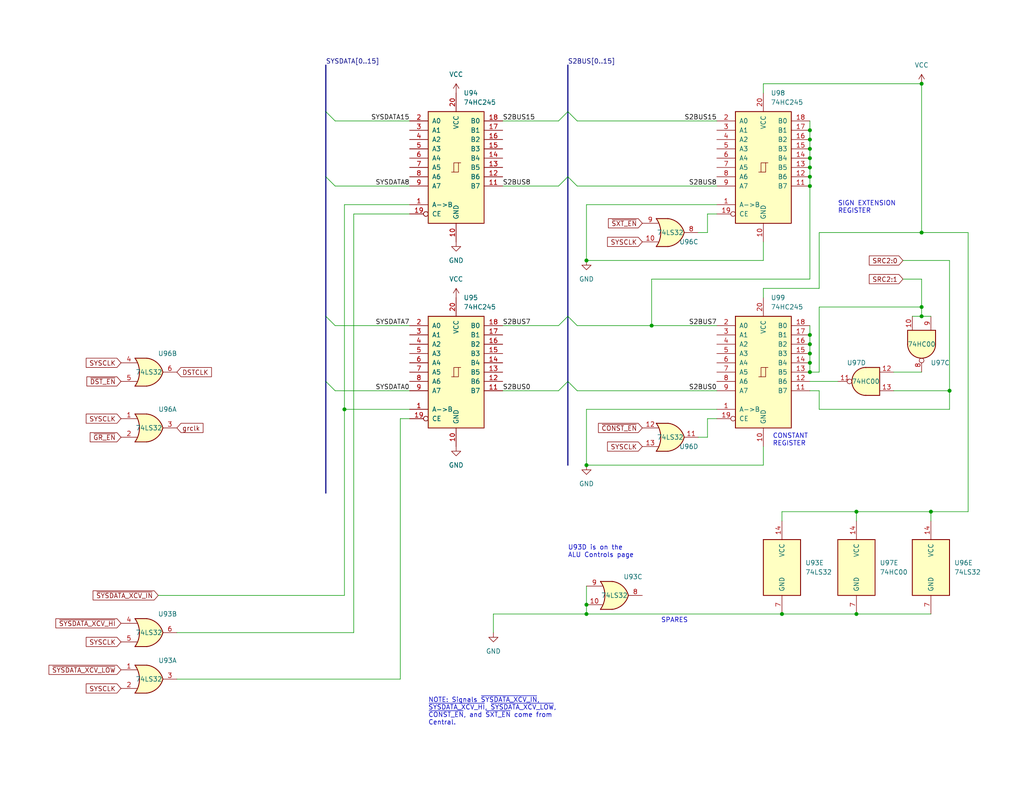
<source format=kicad_sch>
(kicad_sch (version 20211123) (generator eeschema)
  (paper "USLetter")
  (title_block (title "Constant Registers") (comment 1 "All parts are 74HC family regardless of P/N shown"))
  (lib_symbols
    (symbol "74xx:74HC00" (pin_names (offset 1.016))
      (property "Reference" "U" (at 0 1.27 0))
      (property "Value" "74HC00" (at 0 -1.27 0))
      (symbol "74HC00_1_1"
        (arc (start 0 -3.81) (mid 3.81 0) (end 0 3.81) (stroke (width 0.254)) (fill (type background)))
        (polyline (pts (xy 0 3.81) (xy -3.81 3.81) (xy -3.81 -3.81) (xy 0 -3.81)) (stroke (width 0.254)) (fill (type background)))
        (pin input line (at -7.62 2.54 0) (length 3.81) (name "~") (number "1"))
        (pin input line (at -7.62 -2.54 0) (length 3.81) (name "~") (number "2"))
        (pin output inverted (at 7.62 0 180) (length 3.81) (name "~") (number "3"))
      )
      (symbol "74HC00_1_2"
        (arc (start -3.81 -3.81) (mid -2.589 0) (end -3.81 3.81) (stroke (width 0.254)))
        (arc (start -0.6096 -3.81) (mid 2.1855 -2.584) (end 3.81 0) (stroke (width 0.254)) (fill (type background)))
        (polyline (pts (xy -3.81 -3.81) (xy -0.635 -3.81)) (stroke (width 0.254)) (fill (type background)))
        (polyline (pts (xy -3.81 3.81) (xy -0.635 3.81)) (stroke (width 0.254)) (fill (type background)))
        (polyline (pts (xy -0.635 3.81) (xy -3.81 3.81) (xy -3.81 3.81) (xy -3.556 3.4036) (xy -3.0226 2.2606) (xy -2.6924 1.0414) (xy -2.6162 -0.254) (xy -2.7686 -1.4986) (xy -3.175 -2.7178) (xy -3.81 -3.81) (xy -3.81 -3.81) (xy -0.635 -3.81)) (stroke (width -25.4)) (fill (type background)))
        (arc (start 3.81 0) (mid 2.1928 2.5925) (end -0.6096 3.81) (stroke (width 0.254)) (fill (type background)))
        (pin input inverted (at -7.62 2.54 0) (length 4.318) (name "~") (number "1"))
        (pin input inverted (at -7.62 -2.54 0) (length 4.318) (name "~") (number "2"))
        (pin output line (at 7.62 0 180) (length 3.81) (name "~") (number "3"))
      )
      (symbol "74HC00_2_1"
        (arc (start 0 -3.81) (mid 3.81 0) (end 0 3.81) (stroke (width 0.254)) (fill (type background)))
        (polyline (pts (xy 0 3.81) (xy -3.81 3.81) (xy -3.81 -3.81) (xy 0 -3.81)) (stroke (width 0.254)) (fill (type background)))
        (pin input line (at -7.62 2.54 0) (length 3.81) (name "~") (number "4"))
        (pin input line (at -7.62 -2.54 0) (length 3.81) (name "~") (number "5"))
        (pin output inverted (at 7.62 0 180) (length 3.81) (name "~") (number "6"))
      )
      (symbol "74HC00_2_2"
        (arc (start -3.81 -3.81) (mid -2.589 0) (end -3.81 3.81) (stroke (width 0.254)))
        (arc (start -0.6096 -3.81) (mid 2.1855 -2.584) (end 3.81 0) (stroke (width 0.254)) (fill (type background)))
        (polyline (pts (xy -3.81 -3.81) (xy -0.635 -3.81)) (stroke (width 0.254)) (fill (type background)))
        (polyline (pts (xy -3.81 3.81) (xy -0.635 3.81)) (stroke (width 0.254)) (fill (type background)))
        (polyline (pts (xy -0.635 3.81) (xy -3.81 3.81) (xy -3.81 3.81) (xy -3.556 3.4036) (xy -3.0226 2.2606) (xy -2.6924 1.0414) (xy -2.6162 -0.254) (xy -2.7686 -1.4986) (xy -3.175 -2.7178) (xy -3.81 -3.81) (xy -3.81 -3.81) (xy -0.635 -3.81)) (stroke (width -25.4)) (fill (type background)))
        (arc (start 3.81 0) (mid 2.1928 2.5925) (end -0.6096 3.81) (stroke (width 0.254)) (fill (type background)))
        (pin input inverted (at -7.62 2.54 0) (length 4.318) (name "~") (number "4"))
        (pin input inverted (at -7.62 -2.54 0) (length 4.318) (name "~") (number "5"))
        (pin output line (at 7.62 0 180) (length 3.81) (name "~") (number "6"))
      )
      (symbol "74HC00_3_1"
        (arc (start 0 -3.81) (mid 3.81 0) (end 0 3.81) (stroke (width 0.254)) (fill (type background)))
        (polyline (pts (xy 0 3.81) (xy -3.81 3.81) (xy -3.81 -3.81) (xy 0 -3.81)) (stroke (width 0.254)) (fill (type background)))
        (pin input line (at -7.62 -2.54 0) (length 3.81) (name "~") (number "10"))
        (pin output inverted (at 7.62 0 180) (length 3.81) (name "~") (number "8"))
        (pin input line (at -7.62 2.54 0) (length 3.81) (name "~") (number "9"))
      )
      (symbol "74HC00_3_2"
        (arc (start -3.81 -3.81) (mid -2.589 0) (end -3.81 3.81) (stroke (width 0.254)))
        (arc (start -0.6096 -3.81) (mid 2.1855 -2.584) (end 3.81 0) (stroke (width 0.254)) (fill (type background)))
        (polyline (pts (xy -3.81 -3.81) (xy -0.635 -3.81)) (stroke (width 0.254)) (fill (type background)))
        (polyline (pts (xy -3.81 3.81) (xy -0.635 3.81)) (stroke (width 0.254)) (fill (type background)))
        (polyline (pts (xy -0.635 3.81) (xy -3.81 3.81) (xy -3.81 3.81) (xy -3.556 3.4036) (xy -3.0226 2.2606) (xy -2.6924 1.0414) (xy -2.6162 -0.254) (xy -2.7686 -1.4986) (xy -3.175 -2.7178) (xy -3.81 -3.81) (xy -3.81 -3.81) (xy -0.635 -3.81)) (stroke (width -25.4)) (fill (type background)))
        (arc (start 3.81 0) (mid 2.1928 2.5925) (end -0.6096 3.81) (stroke (width 0.254)) (fill (type background)))
        (pin input inverted (at -7.62 -2.54 0) (length 4.318) (name "~") (number "10"))
        (pin output line (at 7.62 0 180) (length 3.81) (name "~") (number "8"))
        (pin input inverted (at -7.62 2.54 0) (length 4.318) (name "~") (number "9"))
      )
      (symbol "74HC00_4_1"
        (arc (start 0 -3.81) (mid 3.81 0) (end 0 3.81) (stroke (width 0.254)) (fill (type background)))
        (polyline (pts (xy 0 3.81) (xy -3.81 3.81) (xy -3.81 -3.81) (xy 0 -3.81)) (stroke (width 0.254)) (fill (type background)))
        (pin output inverted (at 7.62 0 180) (length 3.81) (name "~") (number "11"))
        (pin input line (at -7.62 2.54 0) (length 3.81) (name "~") (number "12"))
        (pin input line (at -7.62 -2.54 0) (length 3.81) (name "~") (number "13"))
      )
      (symbol "74HC00_4_2"
        (arc (start -3.81 -3.81) (mid -2.589 0) (end -3.81 3.81) (stroke (width 0.254)))
        (arc (start -0.6096 -3.81) (mid 2.1855 -2.584) (end 3.81 0) (stroke (width 0.254)) (fill (type background)))
        (polyline (pts (xy -3.81 -3.81) (xy -0.635 -3.81)) (stroke (width 0.254)) (fill (type background)))
        (polyline (pts (xy -3.81 3.81) (xy -0.635 3.81)) (stroke (width 0.254)) (fill (type background)))
        (polyline (pts (xy -0.635 3.81) (xy -3.81 3.81) (xy -3.81 3.81) (xy -3.556 3.4036) (xy -3.0226 2.2606) (xy -2.6924 1.0414) (xy -2.6162 -0.254) (xy -2.7686 -1.4986) (xy -3.175 -2.7178) (xy -3.81 -3.81) (xy -3.81 -3.81) (xy -0.635 -3.81)) (stroke (width -25.4)) (fill (type background)))
        (arc (start 3.81 0) (mid 2.1928 2.5925) (end -0.6096 3.81) (stroke (width 0.254)) (fill (type background)))
        (pin output line (at 7.62 0 180) (length 3.81) (name "~") (number "11"))
        (pin input inverted (at -7.62 2.54 0) (length 4.318) (name "~") (number "12"))
        (pin input inverted (at -7.62 -2.54 0) (length 4.318) (name "~") (number "13"))
      )
      (symbol "74HC00_5_0"
        (pin power_in line (at 0 12.7 270) (length 5.08) (name "VCC") (number "14"))
        (pin power_in line (at 0 -12.7 90) (length 5.08) (name "GND") (number "7"))
      )
      (symbol "74HC00_5_1"
        (rectangle (start -5.08 7.62) (end 5.08 -7.62) (stroke (width 0.254)) (fill (type background)))
      )
    )
    (symbol "74xx:74HC245" (pin_names (offset 1.016))
      (property "Reference" "U" (at -7.62 16.51 0))
      (property "Value" "74HC245" (at -7.62 -16.51 0))
      (symbol "74HC245_1_0"
        (polyline (pts (xy -0.635 -1.27) (xy -0.635 1.27) (xy 0.635 1.27)))
        (polyline (pts (xy -1.27 -1.27) (xy 0.635 -1.27) (xy 0.635 1.27) (xy 1.27 1.27)))
        (pin input line (at -12.7 -10.16 0) (length 5.08) (name "A->B") (number "1"))
        (pin power_in line (at 0 -20.32 90) (length 5.08) (name "GND") (number "10"))
        (pin tri_state line (at 12.7 -5.08 180) (length 5.08) (name "B7") (number "11"))
        (pin tri_state line (at 12.7 -2.54 180) (length 5.08) (name "B6") (number "12"))
        (pin tri_state line (at 12.7 0 180) (length 5.08) (name "B5") (number "13"))
        (pin tri_state line (at 12.7 2.54 180) (length 5.08) (name "B4") (number "14"))
        (pin tri_state line (at 12.7 5.08 180) (length 5.08) (name "B3") (number "15"))
        (pin tri_state line (at 12.7 7.62 180) (length 5.08) (name "B2") (number "16"))
        (pin tri_state line (at 12.7 10.16 180) (length 5.08) (name "B1") (number "17"))
        (pin tri_state line (at 12.7 12.7 180) (length 5.08) (name "B0") (number "18"))
        (pin input inverted (at -12.7 -12.7 0) (length 5.08) (name "CE") (number "19"))
        (pin tri_state line (at -12.7 12.7 0) (length 5.08) (name "A0") (number "2"))
        (pin power_in line (at 0 20.32 270) (length 5.08) (name "VCC") (number "20"))
        (pin tri_state line (at -12.7 10.16 0) (length 5.08) (name "A1") (number "3"))
        (pin tri_state line (at -12.7 7.62 0) (length 5.08) (name "A2") (number "4"))
        (pin tri_state line (at -12.7 5.08 0) (length 5.08) (name "A3") (number "5"))
        (pin tri_state line (at -12.7 2.54 0) (length 5.08) (name "A4") (number "6"))
        (pin tri_state line (at -12.7 0 0) (length 5.08) (name "A5") (number "7"))
        (pin tri_state line (at -12.7 -2.54 0) (length 5.08) (name "A6") (number "8"))
        (pin tri_state line (at -12.7 -5.08 0) (length 5.08) (name "A7") (number "9"))
      )
      (symbol "74HC245_1_1"
        (rectangle (start -7.62 15.24) (end 7.62 -15.24) (stroke (width 0.254)) (fill (type background)))
      )
    )
    (symbol "74xx:74LS32" (pin_names (offset 1.016))
      (property "Reference" "U" (at 0 1.27 0))
      (property "Value" "74LS32" (at 0 -1.27 0))
      (symbol "74LS32_1_1"
        (arc (start -3.81 -3.81) (mid -2.589 0) (end -3.81 3.81) (stroke (width 0.254)))
        (arc (start -0.6096 -3.81) (mid 2.1855 -2.584) (end 3.81 0) (stroke (width 0.254)) (fill (type background)))
        (polyline (pts (xy -3.81 -3.81) (xy -0.635 -3.81)) (stroke (width 0.254)) (fill (type background)))
        (polyline (pts (xy -3.81 3.81) (xy -0.635 3.81)) (stroke (width 0.254)) (fill (type background)))
        (polyline (pts (xy -0.635 3.81) (xy -3.81 3.81) (xy -3.81 3.81) (xy -3.556 3.4036) (xy -3.0226 2.2606) (xy -2.6924 1.0414) (xy -2.6162 -0.254) (xy -2.7686 -1.4986) (xy -3.175 -2.7178) (xy -3.81 -3.81) (xy -3.81 -3.81) (xy -0.635 -3.81)) (stroke (width -25.4)) (fill (type background)))
        (arc (start 3.81 0) (mid 2.1928 2.5925) (end -0.6096 3.81) (stroke (width 0.254)) (fill (type background)))
        (pin input line (at -7.62 2.54 0) (length 4.318) (name "~") (number "1"))
        (pin input line (at -7.62 -2.54 0) (length 4.318) (name "~") (number "2"))
        (pin output line (at 7.62 0 180) (length 3.81) (name "~") (number "3"))
      )
      (symbol "74LS32_1_2"
        (arc (start 0 -3.81) (mid 3.81 0) (end 0 3.81) (stroke (width 0.254)) (fill (type background)))
        (polyline (pts (xy 0 3.81) (xy -3.81 3.81) (xy -3.81 -3.81) (xy 0 -3.81)) (stroke (width 0.254)) (fill (type background)))
        (pin input inverted (at -7.62 2.54 0) (length 3.81) (name "~") (number "1"))
        (pin input inverted (at -7.62 -2.54 0) (length 3.81) (name "~") (number "2"))
        (pin output inverted (at 7.62 0 180) (length 3.81) (name "~") (number "3"))
      )
      (symbol "74LS32_2_1"
        (arc (start -3.81 -3.81) (mid -2.589 0) (end -3.81 3.81) (stroke (width 0.254)))
        (arc (start -0.6096 -3.81) (mid 2.1855 -2.584) (end 3.81 0) (stroke (width 0.254)) (fill (type background)))
        (polyline (pts (xy -3.81 -3.81) (xy -0.635 -3.81)) (stroke (width 0.254)) (fill (type background)))
        (polyline (pts (xy -3.81 3.81) (xy -0.635 3.81)) (stroke (width 0.254)) (fill (type background)))
        (polyline (pts (xy -0.635 3.81) (xy -3.81 3.81) (xy -3.81 3.81) (xy -3.556 3.4036) (xy -3.0226 2.2606) (xy -2.6924 1.0414) (xy -2.6162 -0.254) (xy -2.7686 -1.4986) (xy -3.175 -2.7178) (xy -3.81 -3.81) (xy -3.81 -3.81) (xy -0.635 -3.81)) (stroke (width -25.4)) (fill (type background)))
        (arc (start 3.81 0) (mid 2.1928 2.5925) (end -0.6096 3.81) (stroke (width 0.254)) (fill (type background)))
        (pin input line (at -7.62 2.54 0) (length 4.318) (name "~") (number "4"))
        (pin input line (at -7.62 -2.54 0) (length 4.318) (name "~") (number "5"))
        (pin output line (at 7.62 0 180) (length 3.81) (name "~") (number "6"))
      )
      (symbol "74LS32_2_2"
        (arc (start 0 -3.81) (mid 3.81 0) (end 0 3.81) (stroke (width 0.254)) (fill (type background)))
        (polyline (pts (xy 0 3.81) (xy -3.81 3.81) (xy -3.81 -3.81) (xy 0 -3.81)) (stroke (width 0.254)) (fill (type background)))
        (pin input inverted (at -7.62 2.54 0) (length 3.81) (name "~") (number "4"))
        (pin input inverted (at -7.62 -2.54 0) (length 3.81) (name "~") (number "5"))
        (pin output inverted (at 7.62 0 180) (length 3.81) (name "~") (number "6"))
      )
      (symbol "74LS32_3_1"
        (arc (start -3.81 -3.81) (mid -2.589 0) (end -3.81 3.81) (stroke (width 0.254)))
        (arc (start -0.6096 -3.81) (mid 2.1855 -2.584) (end 3.81 0) (stroke (width 0.254)) (fill (type background)))
        (polyline (pts (xy -3.81 -3.81) (xy -0.635 -3.81)) (stroke (width 0.254)) (fill (type background)))
        (polyline (pts (xy -3.81 3.81) (xy -0.635 3.81)) (stroke (width 0.254)) (fill (type background)))
        (polyline (pts (xy -0.635 3.81) (xy -3.81 3.81) (xy -3.81 3.81) (xy -3.556 3.4036) (xy -3.0226 2.2606) (xy -2.6924 1.0414) (xy -2.6162 -0.254) (xy -2.7686 -1.4986) (xy -3.175 -2.7178) (xy -3.81 -3.81) (xy -3.81 -3.81) (xy -0.635 -3.81)) (stroke (width -25.4)) (fill (type background)))
        (arc (start 3.81 0) (mid 2.1928 2.5925) (end -0.6096 3.81) (stroke (width 0.254)) (fill (type background)))
        (pin input line (at -7.62 -2.54 0) (length 4.318) (name "~") (number "10"))
        (pin output line (at 7.62 0 180) (length 3.81) (name "~") (number "8"))
        (pin input line (at -7.62 2.54 0) (length 4.318) (name "~") (number "9"))
      )
      (symbol "74LS32_3_2"
        (arc (start 0 -3.81) (mid 3.81 0) (end 0 3.81) (stroke (width 0.254)) (fill (type background)))
        (polyline (pts (xy 0 3.81) (xy -3.81 3.81) (xy -3.81 -3.81) (xy 0 -3.81)) (stroke (width 0.254)) (fill (type background)))
        (pin input inverted (at -7.62 -2.54 0) (length 3.81) (name "~") (number "10"))
        (pin output inverted (at 7.62 0 180) (length 3.81) (name "~") (number "8"))
        (pin input inverted (at -7.62 2.54 0) (length 3.81) (name "~") (number "9"))
      )
      (symbol "74LS32_4_1"
        (arc (start -3.81 -3.81) (mid -2.589 0) (end -3.81 3.81) (stroke (width 0.254)))
        (arc (start -0.6096 -3.81) (mid 2.1855 -2.584) (end 3.81 0) (stroke (width 0.254)) (fill (type background)))
        (polyline (pts (xy -3.81 -3.81) (xy -0.635 -3.81)) (stroke (width 0.254)) (fill (type background)))
        (polyline (pts (xy -3.81 3.81) (xy -0.635 3.81)) (stroke (width 0.254)) (fill (type background)))
        (polyline (pts (xy -0.635 3.81) (xy -3.81 3.81) (xy -3.81 3.81) (xy -3.556 3.4036) (xy -3.0226 2.2606) (xy -2.6924 1.0414) (xy -2.6162 -0.254) (xy -2.7686 -1.4986) (xy -3.175 -2.7178) (xy -3.81 -3.81) (xy -3.81 -3.81) (xy -0.635 -3.81)) (stroke (width -25.4)) (fill (type background)))
        (arc (start 3.81 0) (mid 2.1928 2.5925) (end -0.6096 3.81) (stroke (width 0.254)) (fill (type background)))
        (pin output line (at 7.62 0 180) (length 3.81) (name "~") (number "11"))
        (pin input line (at -7.62 2.54 0) (length 4.318) (name "~") (number "12"))
        (pin input line (at -7.62 -2.54 0) (length 4.318) (name "~") (number "13"))
      )
      (symbol "74LS32_4_2"
        (arc (start 0 -3.81) (mid 3.81 0) (end 0 3.81) (stroke (width 0.254)) (fill (type background)))
        (polyline (pts (xy 0 3.81) (xy -3.81 3.81) (xy -3.81 -3.81) (xy 0 -3.81)) (stroke (width 0.254)) (fill (type background)))
        (pin output inverted (at 7.62 0 180) (length 3.81) (name "~") (number "11"))
        (pin input inverted (at -7.62 2.54 0) (length 3.81) (name "~") (number "12"))
        (pin input inverted (at -7.62 -2.54 0) (length 3.81) (name "~") (number "13"))
      )
      (symbol "74LS32_5_0"
        (pin power_in line (at 0 12.7 270) (length 5.08) (name "VCC") (number "14"))
        (pin power_in line (at 0 -12.7 90) (length 5.08) (name "GND") (number "7"))
      )
      (symbol "74LS32_5_1"
        (rectangle (start -5.08 7.62) (end 5.08 -7.62) (stroke (width 0.254)) (fill (type background)))
      )
    )
    (symbol "power:GND" (power) (pin_names (offset 0))
      (property "Value" "GND" (at 0 -3.81 0))
      (symbol "GND_0_1"
        (polyline (pts (xy 0 0) (xy 0 -1.27) (xy 1.27 -1.27) (xy 0 -2.54) (xy -1.27 -1.27) (xy 0 -1.27)))
      )
      (symbol "GND_1_1"
        (pin power_in line (at 0 0 270) (length 0) hide (name "GND") (number "1"))
      )
    )
    (symbol "power:VCC" (power) (pin_names (offset 0))
      (property "Value" "VCC" (at 0 3.81 0))
      (symbol "VCC_0_1"
        (polyline (pts (xy -0.762 1.27) (xy 0 2.54)))
        (polyline (pts (xy 0 0) (xy 0 2.54)))
        (polyline (pts (xy 0 2.54) (xy 0.762 1.27)))
      )
      (symbol "VCC_1_1"
        (pin power_in line (at 0 0 90) (length 0) hide (name "VCC") (number "1"))
      )
    )
  )
  (junction (at 251.46 83.82))
  (junction (at 220.98 45.72))
  (junction (at 160.02 127))
  (junction (at 220.98 99.06))
  (junction (at 220.98 43.18))
  (junction (at 220.98 91.44))
  (junction (at 213.36 167.64))
  (junction (at 251.46 63.5))
  (junction (at 220.98 96.52))
  (junction (at 251.46 22.86))
  (junction (at 220.98 38.1))
  (junction (at 220.98 50.8))
  (junction (at 259.08 106.68))
  (junction (at 220.98 40.64))
  (junction (at 233.68 167.64))
  (junction (at 220.98 93.98))
  (junction (at 220.98 35.56))
  (junction (at 93.98 111.76))
  (junction (at 160.02 165.1))
  (junction (at 220.98 101.6))
  (junction (at 251.46 86.36))
  (junction (at 160.02 167.64))
  (junction (at 254 139.7))
  (junction (at 220.98 48.26))
  (junction (at 160.02 71.12))
  (junction (at 233.68 139.7))
  (junction (at 177.8 88.9))
  (bus_entry (at 154.94 48.26) (size -2.54 2.54))
  (bus_entry (at 88.9 86.36) (size 2.54 2.54))
  (bus_entry (at 154.94 104.14) (size -2.54 2.54))
  (bus_entry (at 154.94 30.48) (size 2.54 2.54))
  (bus_entry (at 88.9 104.14) (size 2.54 2.54))
  (bus_entry (at 154.94 48.26) (size 2.54 2.54))
  (bus_entry (at 88.9 48.26) (size 2.54 2.54))
  (bus_entry (at 154.94 86.36) (size 2.54 2.54))
  (bus_entry (at 154.94 30.48) (size -2.54 2.54))
  (bus_entry (at 154.94 86.36) (size -2.54 2.54))
  (bus_entry (at 154.94 104.14) (size 2.54 2.54))
  (bus_entry (at 88.9 30.48) (size 2.54 2.54))
  (wire (pts (xy 220.98 33.02) (xy 220.98 35.56)))
  (wire (pts (xy 243.84 106.68) (xy 259.08 106.68)))
  (wire (pts (xy 264.16 139.7) (xy 264.16 63.5)))
  (wire (pts (xy 91.44 88.9) (xy 111.76 88.9)))
  (wire (pts (xy 134.62 172.72) (xy 134.62 167.64)))
  (wire (pts (xy 220.98 50.8) (xy 220.98 48.26)))
  (bus (pts (xy 154.94 30.48) (xy 154.94 48.26)))
  (wire (pts (xy 91.44 106.68) (xy 111.76 106.68)))
  (wire (pts (xy 96.52 172.72) (xy 96.52 58.42)))
  (wire (pts (xy 220.98 101.6) (xy 220.98 99.06)))
  (wire (pts (xy 152.4 106.68) (xy 137.16 106.68)))
  (wire (pts (xy 177.8 88.9) (xy 195.58 88.9)))
  (bus (pts (xy 88.9 17.78) (xy 88.9 30.48)))
  (wire (pts (xy 251.46 22.86) (xy 251.46 63.5)))
  (bus (pts (xy 88.9 30.48) (xy 88.9 48.26)))
  (wire (pts (xy 190.5 119.38) (xy 193.04 119.38)))
  (wire (pts (xy 251.46 83.82) (xy 251.46 86.36)))
  (wire (pts (xy 157.48 88.9) (xy 177.8 88.9)))
  (wire (pts (xy 220.98 35.56) (xy 220.98 38.1)))
  (wire (pts (xy 160.02 71.12) (xy 208.28 71.12)))
  (wire (pts (xy 195.58 111.76) (xy 160.02 111.76)))
  (wire (pts (xy 223.52 83.82) (xy 251.46 83.82)))
  (wire (pts (xy 223.52 106.68) (xy 223.52 111.76)))
  (wire (pts (xy 220.98 43.18) (xy 220.98 45.72)))
  (wire (pts (xy 160.02 55.88) (xy 160.02 71.12)))
  (wire (pts (xy 220.98 96.52) (xy 220.98 93.98)))
  (wire (pts (xy 109.22 185.42) (xy 109.22 114.3)))
  (wire (pts (xy 208.28 127) (xy 160.02 127)))
  (wire (pts (xy 193.04 119.38) (xy 193.04 114.3)))
  (wire (pts (xy 91.44 33.02) (xy 111.76 33.02)))
  (wire (pts (xy 220.98 45.72) (xy 220.98 48.26)))
  (wire (pts (xy 193.04 114.3) (xy 195.58 114.3)))
  (wire (pts (xy 264.16 63.5) (xy 251.46 63.5)))
  (bus (pts (xy 154.94 48.26) (xy 154.94 86.36)))
  (wire (pts (xy 233.68 139.7) (xy 254 139.7)))
  (wire (pts (xy 93.98 111.76) (xy 93.98 55.88)))
  (wire (pts (xy 220.98 91.44) (xy 220.98 88.9)))
  (wire (pts (xy 152.4 33.02) (xy 137.16 33.02)))
  (bus (pts (xy 88.9 104.14) (xy 88.9 134.62)))
  (wire (pts (xy 213.36 167.64) (xy 233.68 167.64)))
  (wire (pts (xy 157.48 106.68) (xy 195.58 106.68)))
  (wire (pts (xy 160.02 111.76) (xy 160.02 127)))
  (wire (pts (xy 96.52 58.42) (xy 111.76 58.42)))
  (wire (pts (xy 213.36 142.24) (xy 213.36 139.7)))
  (wire (pts (xy 251.46 76.2) (xy 251.46 83.82)))
  (bus (pts (xy 154.94 104.14) (xy 154.94 127)))
  (wire (pts (xy 254 142.24) (xy 254 139.7)))
  (wire (pts (xy 157.48 33.02) (xy 195.58 33.02)))
  (wire (pts (xy 134.62 167.64) (xy 160.02 167.64)))
  (wire (pts (xy 48.26 172.72) (xy 96.52 172.72)))
  (wire (pts (xy 213.36 139.7) (xy 233.68 139.7)))
  (wire (pts (xy 208.28 78.74) (xy 223.52 78.74)))
  (bus (pts (xy 88.9 48.26) (xy 88.9 86.36)))
  (wire (pts (xy 177.8 76.2) (xy 177.8 88.9)))
  (wire (pts (xy 208.28 121.92) (xy 208.28 127)))
  (wire (pts (xy 259.08 106.68) (xy 259.08 111.76)))
  (wire (pts (xy 223.52 78.74) (xy 223.52 63.5)))
  (wire (pts (xy 259.08 71.12) (xy 259.08 106.68)))
  (wire (pts (xy 220.98 76.2) (xy 220.98 50.8)))
  (wire (pts (xy 223.52 101.6) (xy 223.52 83.82)))
  (wire (pts (xy 220.98 104.14) (xy 228.6 104.14)))
  (wire (pts (xy 152.4 88.9) (xy 137.16 88.9)))
  (bus (pts (xy 88.9 86.36) (xy 88.9 104.14)))
  (wire (pts (xy 93.98 162.56) (xy 93.98 111.76)))
  (wire (pts (xy 109.22 114.3) (xy 111.76 114.3)))
  (wire (pts (xy 152.4 50.8) (xy 137.16 50.8)))
  (wire (pts (xy 193.04 63.5) (xy 190.5 63.5)))
  (wire (pts (xy 254 86.36) (xy 251.46 86.36)))
  (wire (pts (xy 246.38 76.2) (xy 251.46 76.2)))
  (wire (pts (xy 246.38 71.12) (xy 259.08 71.12)))
  (wire (pts (xy 220.98 106.68) (xy 223.52 106.68)))
  (wire (pts (xy 220.98 93.98) (xy 220.98 91.44)))
  (wire (pts (xy 208.28 22.86) (xy 251.46 22.86)))
  (bus (pts (xy 154.94 86.36) (xy 154.94 104.14)))
  (wire (pts (xy 251.46 86.36) (xy 248.92 86.36)))
  (wire (pts (xy 251.46 101.6) (xy 243.84 101.6)))
  (wire (pts (xy 177.8 76.2) (xy 220.98 76.2)))
  (wire (pts (xy 233.68 142.24) (xy 233.68 139.7)))
  (wire (pts (xy 233.68 167.64) (xy 254 167.64)))
  (wire (pts (xy 254 139.7) (xy 264.16 139.7)))
  (wire (pts (xy 160.02 160.02) (xy 160.02 165.1)))
  (wire (pts (xy 111.76 111.76) (xy 93.98 111.76)))
  (wire (pts (xy 220.98 99.06) (xy 220.98 96.52)))
  (wire (pts (xy 157.48 50.8) (xy 195.58 50.8)))
  (wire (pts (xy 193.04 58.42) (xy 193.04 63.5)))
  (wire (pts (xy 223.52 111.76) (xy 259.08 111.76)))
  (wire (pts (xy 220.98 40.64) (xy 220.98 43.18)))
  (wire (pts (xy 160.02 165.1) (xy 160.02 167.64)))
  (wire (pts (xy 208.28 81.28) (xy 208.28 78.74)))
  (wire (pts (xy 109.22 185.42) (xy 48.26 185.42)))
  (wire (pts (xy 208.28 66.04) (xy 208.28 71.12)))
  (wire (pts (xy 43.18 162.56) (xy 93.98 162.56)))
  (wire (pts (xy 220.98 38.1) (xy 220.98 40.64)))
  (wire (pts (xy 220.98 101.6) (xy 223.52 101.6)))
  (wire (pts (xy 223.52 63.5) (xy 251.46 63.5)))
  (wire (pts (xy 195.58 58.42) (xy 193.04 58.42)))
  (bus (pts (xy 154.94 17.78) (xy 154.94 30.48)))
  (wire (pts (xy 208.28 25.4) (xy 208.28 22.86)))
  (wire (pts (xy 91.44 50.8) (xy 111.76 50.8)))
  (wire (pts (xy 93.98 55.88) (xy 111.76 55.88)))
  (wire (pts (xy 195.58 55.88) (xy 160.02 55.88)))
  (wire (pts (xy 160.02 167.64) (xy 213.36 167.64)))
  (text "CONSTANT\nREGISTER\n" (at 210.82 121.92 0) (effects (font (size 1.27 1.27)) (justify left bottom)))
  (text "SIGN EXTENSION\nREGISTER" (at 228.6 58.42 0) (effects (font (size 1.27 1.27)) (justify left bottom)))
  (text "NOTE: Signals ~{SYSDATA_XCV_IN},\n~{SYSDATA_XCV_HI}, ~{SYSDATA_XCV_LOW},\n~{CONST_EN}, and ~{SXT_EN} come from\nCentral." (at 116.84 198.12 0) (effects (font (size 1.27 1.27)) (justify left bottom)))
  (text "SPARES" (at 180.34 170.18 0) (effects (font (size 1.27 1.27)) (justify left bottom)))
  (text "U93D is on the\nALU Controls page" (at 154.94 152.4 0) (effects (font (size 1.27 1.27)) (justify left bottom)))
  (label "SYSDATA0" (at 111.76 106.68 180))
  (label "S2BUS7" (at 137.16 88.9 0))
  (label "S2BUS15" (at 195.58 33.02 180))
  (label "S2BUS[0..15]" (at 154.94 17.78 0))
  (label "S2BUS8" (at 195.58 50.8 180))
  (label "S2BUS8" (at 137.16 50.8 0))
  (label "S2BUS7" (at 195.58 88.9 180))
  (label "S2BUS0" (at 195.58 106.68 180))
  (label "S2BUS0" (at 137.16 106.68 0))
  (label "S2BUS15" (at 137.16 33.02 0))
  (label "SYSDATA8" (at 111.76 50.8 180))
  (label "SYSDATA7" (at 111.76 88.9 180))
  (label "SYSDATA[0..15]" (at 88.9 17.78 0))
  (label "SYSDATA15" (at 111.76 33.02 180))
  (global_label "DSTCLK" (shape input) (at 48.26 101.6 0) (property "Intersheet References" "${INTERSHEET_REFS}" (effects hide)))
  (global_label "SYSCLK" (shape input) (at 175.26 121.92 180) (property "Intersheet References" "${INTERSHEET_REFS}" (effects hide)))
  (global_label "SYSCLK" (shape input) (at 33.02 175.26 180) (property "Intersheet References" "${INTERSHEET_REFS}" (effects hide)))
  (global_label "~{SXT_EN}" (shape input) (at 175.26 60.96 180) (property "Intersheet References" "${INTERSHEET_REFS}" (effects hide)))
  (global_label "SYSCLK" (shape input) (at 175.26 66.04 180) (property "Intersheet References" "${INTERSHEET_REFS}" (effects hide)))
  (global_label "~{SYSDATA_XCV_HI}" (shape input) (at 33.02 170.18 180) (property "Intersheet References" "${INTERSHEET_REFS}" (effects hide)))
  (global_label "~{GR_EN}" (shape input) (at 33.02 119.38 180) (property "Intersheet References" "${INTERSHEET_REFS}" (effects hide)))
  (global_label "grclk" (shape input) (at 48.26 116.84 0) (property "Intersheet References" "${INTERSHEET_REFS}" (effects hide)))
  (global_label "SRC2:0" (shape input) (at 246.38 71.12 180) (property "Intersheet References" "${INTERSHEET_REFS}" (effects hide)))
  (global_label "~{SYSDATA_XCV_LOW}" (shape input) (at 33.02 182.88 180) (property "Intersheet References" "${INTERSHEET_REFS}" (effects hide)))
  (global_label "~{SYSDATA_XCV_IN}" (shape input) (at 43.18 162.56 180) (property "Intersheet References" "${INTERSHEET_REFS}" (effects hide)))
  (global_label "SYSCLK" (shape input) (at 33.02 187.96 180) (property "Intersheet References" "${INTERSHEET_REFS}" (effects hide)))
  (global_label "SYSCLK" (shape input) (at 33.02 114.3 180) (property "Intersheet References" "${INTERSHEET_REFS}" (effects hide)))
  (global_label "SRC2:1" (shape input) (at 246.38 76.2 180) (property "Intersheet References" "${INTERSHEET_REFS}" (effects hide)))
  (global_label "~{CONST_EN}" (shape input) (at 175.26 116.84 180) (property "Intersheet References" "${INTERSHEET_REFS}" (effects hide)))
  (global_label "SYSCLK" (shape input) (at 33.02 99.06 180) (property "Intersheet References" "${INTERSHEET_REFS}" (effects hide)))
  (global_label "~{DST_EN}" (shape input) (at 33.02 104.14 180) (property "Intersheet References" "${INTERSHEET_REFS}" (effects hide)))
  (symbol (lib_id "power:GND") (at 134.62 172.72 0) (unit 1)
    (property "Reference" "#PWR0167" (effects hide))
    (property "Value" "GND" (at 134.62 177.8 0))
  )
  (symbol (lib_id "74xx:74LS32") (at 40.64 116.84 0) (unit 1)
    (property "Reference" "U96" (at 45.72 111.76 0))
    (property "Value" "74LS32" (at 40.64 116.84 0))
    (property "Datasheet" "http://www.ti.com/lit/gpn/sn74LS32" (effects hide))
  )
  (symbol (lib_id "74xx:74HC00") (at 251.46 93.98 270) (unit 3)
    (property "Reference" "U97" (at 256.54 99.06 90))
    (property "Value" "74HC00" (at 251.46 93.98 90))
    (property "Datasheet" "http://www.ti.com/lit/gpn/sn74hc00" (effects hide))
  )
  (symbol (lib_id "74xx:74LS32") (at 40.64 101.6 0) (unit 2)
    (property "Reference" "U96" (at 45.72 96.52 0))
    (property "Value" "74LS32" (at 40.64 101.6 0))
    (property "Datasheet" "http://www.ti.com/lit/gpn/sn74LS32" (effects hide))
  )
  (symbol (lib_id "74xx:74HC245") (at 124.46 45.72 0) (unit 1)
    (property "Reference" "U94" (at 126.4794 25.4 0) (effects (justify left)))
    (property "Value" "74HC245" (at 126.4794 27.94 0) (effects (justify left)))
    (property "Datasheet" "http://www.ti.com/lit/gpn/sn74HC245" (effects hide))
  )
  (symbol (lib_id "power:GND") (at 124.46 121.92 0) (unit 1)
    (property "Reference" "#PWR0166" (effects hide))
    (property "Value" "GND" (at 124.46 127 0))
  )
  (symbol (lib_id "74xx:74HC00") (at 233.68 154.94 0) (unit 5)
    (property "Reference" "U97" (at 240.03 153.6699 0) (effects (justify left)))
    (property "Value" "74HC00" (at 240.03 156.2099 0) (effects (justify left)))
    (property "Datasheet" "http://www.ti.com/lit/gpn/sn74hc00" (effects hide))
  )
  (symbol (lib_id "74xx:74LS32") (at 182.88 63.5 0) (unit 3)
    (property "Reference" "U96" (at 187.96 66.04 0))
    (property "Value" "74LS32" (at 182.88 63.5 0))
    (property "Datasheet" "http://www.ti.com/lit/gpn/sn74LS32" (effects hide))
  )
  (symbol (lib_id "74xx:74HC245") (at 208.28 45.72 0) (unit 1)
    (property "Reference" "U98" (at 210.2994 25.4 0) (effects (justify left)))
    (property "Value" "74HC245" (at 210.2994 27.94 0) (effects (justify left)))
    (property "Datasheet" "http://www.ti.com/lit/gpn/sn74HC245" (effects hide))
  )
  (symbol (lib_id "74xx:74HC245") (at 208.28 101.6 0) (unit 1)
    (property "Reference" "U99" (at 210.2994 81.28 0) (effects (justify left)))
    (property "Value" "74HC245" (at 210.2994 83.82 0) (effects (justify left)))
    (property "Datasheet" "http://www.ti.com/lit/gpn/sn74HC245" (effects hide))
  )
  (symbol (lib_id "74xx:74LS32") (at 40.64 172.72 0) (unit 2)
    (property "Reference" "U93" (at 45.72 167.64 0))
    (property "Value" "74LS32" (at 40.64 172.72 0))
    (property "Datasheet" "http://www.ti.com/lit/gpn/sn74LS32" (effects hide))
  )
  (symbol (lib_id "74xx:74LS32") (at 182.88 119.38 0) (unit 4)
    (property "Reference" "U96" (at 187.96 121.92 0))
    (property "Value" "74LS32" (at 182.88 119.38 0))
    (property "Datasheet" "http://www.ti.com/lit/gpn/sn74LS32" (effects hide))
  )
  (symbol (lib_id "74xx:74LS32") (at 254 154.94 0) (unit 5)
    (property "Reference" "U96" (at 260.35 153.6699 0) (effects (justify left)))
    (property "Value" "74LS32" (at 260.35 156.2099 0) (effects (justify left)))
    (property "Datasheet" "http://www.ti.com/lit/gpn/sn74LS32" (effects hide))
  )
  (symbol (lib_id "power:VCC") (at 251.46 22.86 0) (unit 1)
    (property "Reference" "#PWR0170" (effects hide))
    (property "Value" "VCC" (at 251.46 17.78 0))
  )
  (symbol (lib_id "74xx:74LS32") (at 213.36 154.94 0) (unit 5)
    (property "Reference" "U93" (at 219.71 153.6699 0) (effects (justify left)))
    (property "Value" "74LS32" (at 219.71 156.2099 0) (effects (justify left)))
    (property "Datasheet" "http://www.ti.com/lit/gpn/sn74LS32" (effects hide))
  )
  (symbol (lib_id "74xx:74HC00") (at 236.22 104.14 0) (mirror y) (unit 4)
    (property "Reference" "U97" (at 233.68 99.06 0))
    (property "Value" "74HC00" (at 236.22 104.14 0))
    (property "Datasheet" "http://www.ti.com/lit/gpn/sn74hc00" (effects hide))
  )
  (symbol (lib_id "74xx:74LS32") (at 40.64 185.42 0) (unit 1)
    (property "Reference" "U93" (at 45.72 180.34 0))
    (property "Value" "74LS32" (at 40.64 185.42 0))
    (property "Datasheet" "http://www.ti.com/lit/gpn/sn74LS32" (effects hide))
  )
  (symbol (lib_id "74xx:74LS32") (at 167.64 162.56 0) (unit 3)
    (property "Reference" "U93" (at 172.72 157.48 0))
    (property "Value" "74LS32" (at 167.64 162.56 0))
    (property "Datasheet" "http://www.ti.com/lit/gpn/sn74LS32" (effects hide))
  )
  (symbol (lib_id "power:VCC") (at 124.46 25.4 0) (unit 1)
    (property "Reference" "#PWR0163" (effects hide))
    (property "Value" "VCC" (at 124.46 20.32 0))
  )
  (symbol (lib_id "power:GND") (at 160.02 71.12 0) (unit 1)
    (property "Reference" "#PWR0168" (effects hide))
    (property "Value" "GND" (at 160.02 76.2 0))
  )
  (symbol (lib_id "74xx:74HC245") (at 124.46 101.6 0) (unit 1)
    (property "Reference" "U95" (at 126.4794 81.28 0) (effects (justify left)))
    (property "Value" "74HC245" (at 126.4794 83.82 0) (effects (justify left)))
    (property "Datasheet" "http://www.ti.com/lit/gpn/sn74HC245" (effects hide))
  )
  (symbol (lib_id "power:GND") (at 160.02 127 0) (unit 1)
    (property "Reference" "#PWR0169" (effects hide))
    (property "Value" "GND" (at 160.02 132.08 0))
  )
  (symbol (lib_id "power:GND") (at 124.46 66.04 0) (unit 1)
    (property "Reference" "#PWR0164" (effects hide))
    (property "Value" "GND" (at 124.46 71.12 0))
  )
  (symbol (lib_id "power:VCC") (at 124.46 81.28 0) (unit 1)
    (property "Reference" "#PWR0165" (effects hide))
    (property "Value" "VCC" (at 124.46 76.2 0))
  )
)
</source>
